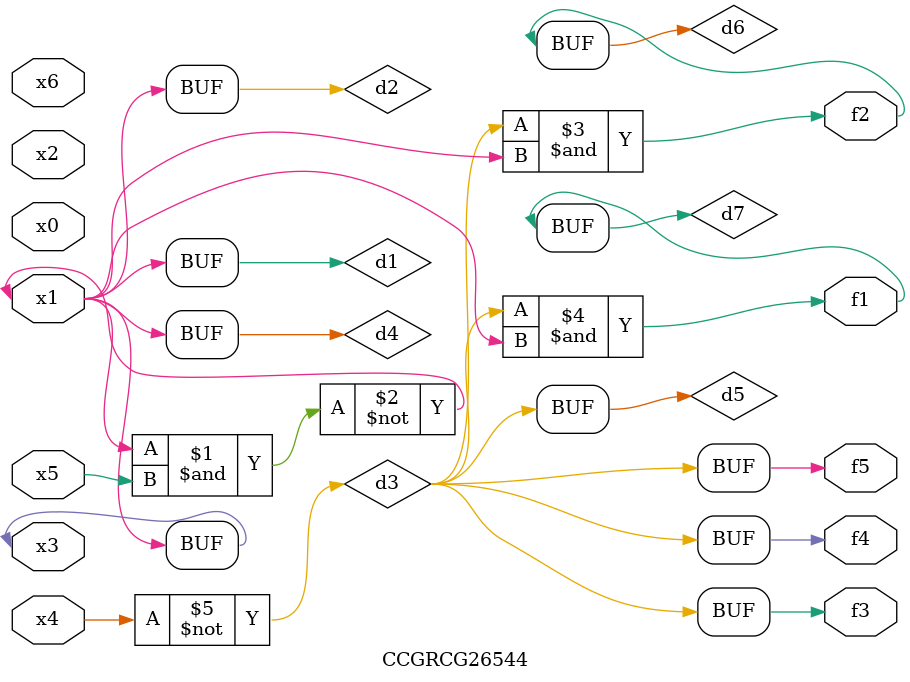
<source format=v>
module CCGRCG26544(
	input x0, x1, x2, x3, x4, x5, x6,
	output f1, f2, f3, f4, f5
);

	wire d1, d2, d3, d4, d5, d6, d7;

	buf (d1, x1, x3);
	nand (d2, x1, x5);
	not (d3, x4);
	buf (d4, d1, d2);
	buf (d5, d3);
	and (d6, d3, d4);
	and (d7, d3, d4);
	assign f1 = d7;
	assign f2 = d6;
	assign f3 = d5;
	assign f4 = d5;
	assign f5 = d5;
endmodule

</source>
